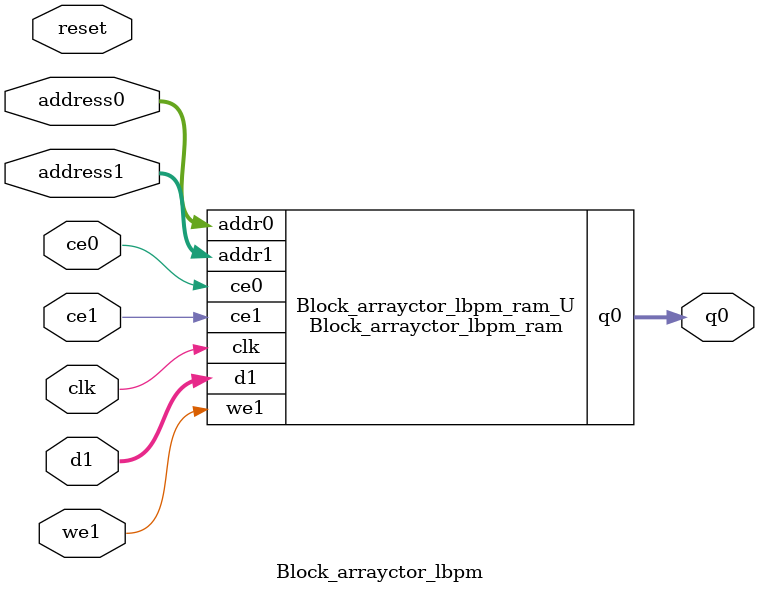
<source format=v>
`timescale 1 ns / 1 ps
module Block_arrayctor_lbpm_ram (addr0, ce0, q0, addr1, ce1, d1, we1,  clk);

parameter DWIDTH = 5;
parameter AWIDTH = 12;
parameter MEM_SIZE = 2624;

input[AWIDTH-1:0] addr0;
input ce0;
output reg[DWIDTH-1:0] q0;
input[AWIDTH-1:0] addr1;
input ce1;
input[DWIDTH-1:0] d1;
input we1;
input clk;

(* ram_style = "block" *)reg [DWIDTH-1:0] ram[0:MEM_SIZE-1];




always @(posedge clk)  
begin 
    if (ce0) begin
        q0 <= ram[addr0];
    end
end


always @(posedge clk)  
begin 
    if (ce1) begin
        if (we1) 
            ram[addr1] <= d1; 
    end
end


endmodule

`timescale 1 ns / 1 ps
module Block_arrayctor_lbpm(
    reset,
    clk,
    address0,
    ce0,
    q0,
    address1,
    ce1,
    we1,
    d1);

parameter DataWidth = 32'd5;
parameter AddressRange = 32'd2624;
parameter AddressWidth = 32'd12;
input reset;
input clk;
input[AddressWidth - 1:0] address0;
input ce0;
output[DataWidth - 1:0] q0;
input[AddressWidth - 1:0] address1;
input ce1;
input we1;
input[DataWidth - 1:0] d1;



Block_arrayctor_lbpm_ram Block_arrayctor_lbpm_ram_U(
    .clk( clk ),
    .addr0( address0 ),
    .ce0( ce0 ),
    .q0( q0 ),
    .addr1( address1 ),
    .ce1( ce1 ),
    .we1( we1 ),
    .d1( d1 ));

endmodule


</source>
